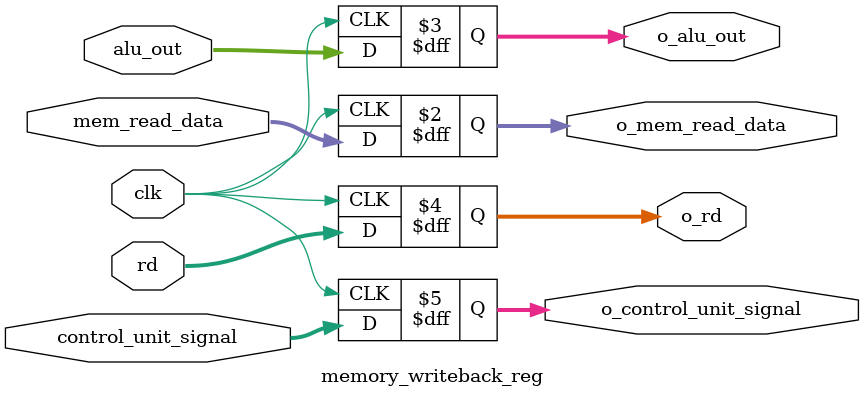
<source format=v>
module memory_writeback_reg(
    input clk,
    input [31:0] mem_read_data,
    input [31:0] alu_out,
    input [4:0] rd,
    input [7:0] control_unit_signal,
    output reg [31:0] o_mem_read_data,
    output reg [31:0] o_alu_out,
    output reg [4:0] o_rd,
    output reg [7:0] o_control_unit_signal
);

always @(posedge clk) begin

    o_mem_read_data = mem_read_data;
    o_alu_out = alu_out;
    o_rd = rd;
    o_control_unit_signal = control_unit_signal;

end

endmodule

</source>
